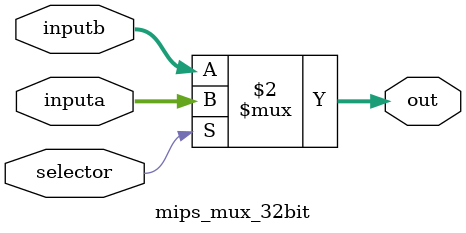
<source format=v>
module mips_mux_32bit(out, selector, inputa, inputb);

output [31:0] out;

input selector;
input [31:0] inputa, inputb;

assign out = selector == 1'b1 ? inputa : inputb;

endmodule
</source>
